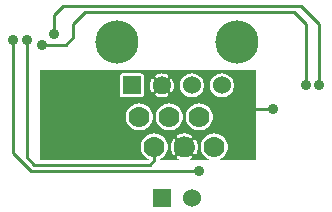
<source format=gbr>
G04 start of page 3 for group 1 idx 1 *
G04 Title: (unknown), solder *
G04 Creator: pcb 20110918 *
G04 CreationDate: Sun 03 Feb 2013 11:35:48 PM GMT UTC *
G04 For: petersen *
G04 Format: Gerber/RS-274X *
G04 PCB-Dimensions: 175000 175000 *
G04 PCB-Coordinate-Origin: lower left *
%MOIN*%
%FSLAX25Y25*%
%LNBOTTOM*%
%ADD33C,0.1280*%
%ADD32C,0.0350*%
%ADD31C,0.0380*%
%ADD30C,0.0200*%
%ADD29C,0.0360*%
%ADD28C,0.1440*%
%ADD27C,0.0700*%
%ADD26C,0.0600*%
%ADD25C,0.0100*%
%ADD24C,0.0001*%
G54D24*G36*
X114000Y92500D02*Y62500D01*
X102494D01*
Y63251D01*
X102653Y63348D01*
X103192Y63808D01*
X103652Y64347D01*
X104022Y64951D01*
X104293Y65605D01*
X104458Y66294D01*
X104500Y67000D01*
X104458Y67706D01*
X104293Y68395D01*
X104022Y69049D01*
X103652Y69653D01*
X103192Y70192D01*
X102653Y70652D01*
X102494Y70749D01*
Y83488D01*
X102500Y83488D01*
X103128Y83537D01*
X103740Y83684D01*
X104322Y83925D01*
X104858Y84254D01*
X105337Y84663D01*
X105746Y85142D01*
X106075Y85678D01*
X106316Y86260D01*
X106463Y86872D01*
X106500Y87500D01*
X106463Y88128D01*
X106316Y88740D01*
X106075Y89322D01*
X105746Y89858D01*
X105337Y90337D01*
X104858Y90746D01*
X104322Y91075D01*
X103740Y91316D01*
X103128Y91463D01*
X102500Y91512D01*
X102494Y91512D01*
Y92500D01*
X114000D01*
G37*
G36*
X102494Y70749D02*X102049Y71022D01*
X101395Y71293D01*
X100706Y71458D01*
X100000Y71514D01*
X99294Y71458D01*
X98605Y71293D01*
X97951Y71022D01*
X97347Y70652D01*
X96808Y70192D01*
X96348Y69653D01*
X95978Y69049D01*
X95707Y68395D01*
X95542Y67706D01*
X95486Y67000D01*
X95542Y66294D01*
X95707Y65605D01*
X95978Y64951D01*
X96348Y64347D01*
X96808Y63808D01*
X97347Y63348D01*
X97951Y62978D01*
X98605Y62707D01*
X99294Y62542D01*
X99824Y62500D01*
X93720D01*
Y64544D01*
X93771Y64583D01*
X93826Y64639D01*
X93870Y64704D01*
X94064Y65056D01*
X94221Y65426D01*
X94344Y65809D01*
X94433Y66200D01*
X94487Y66599D01*
X94504Y67000D01*
X94487Y67401D01*
X94433Y67800D01*
X94344Y68191D01*
X94221Y68574D01*
X94064Y68944D01*
X93874Y69298D01*
X93829Y69363D01*
X93774Y69420D01*
X93720Y69460D01*
Y72679D01*
X94294Y72542D01*
X95000Y72486D01*
X95706Y72542D01*
X96395Y72707D01*
X97049Y72978D01*
X97653Y73348D01*
X98192Y73808D01*
X98652Y74347D01*
X99022Y74951D01*
X99293Y75605D01*
X99458Y76294D01*
X99500Y77000D01*
X99458Y77706D01*
X99293Y78395D01*
X99022Y79049D01*
X98652Y79653D01*
X98192Y80192D01*
X97653Y80652D01*
X97049Y81022D01*
X96395Y81293D01*
X95706Y81458D01*
X95000Y81514D01*
X94294Y81458D01*
X93720Y81321D01*
Y83679D01*
X93740Y83684D01*
X94322Y83925D01*
X94858Y84254D01*
X95337Y84663D01*
X95746Y85142D01*
X96075Y85678D01*
X96316Y86260D01*
X96463Y86872D01*
X96500Y87500D01*
X96463Y88128D01*
X96316Y88740D01*
X96075Y89322D01*
X95746Y89858D01*
X95337Y90337D01*
X94858Y90746D01*
X94322Y91075D01*
X93740Y91316D01*
X93720Y91321D01*
Y92500D01*
X102494D01*
Y91512D01*
X101872Y91463D01*
X101260Y91316D01*
X100678Y91075D01*
X100142Y90746D01*
X99663Y90337D01*
X99254Y89858D01*
X98925Y89322D01*
X98684Y88740D01*
X98537Y88128D01*
X98488Y87500D01*
X98537Y86872D01*
X98684Y86260D01*
X98925Y85678D01*
X99254Y85142D01*
X99663Y84663D01*
X100142Y84254D01*
X100678Y83925D01*
X101260Y83684D01*
X101872Y83537D01*
X102494Y83488D01*
Y70749D01*
G37*
G36*
X93720Y91321D02*X93128Y91463D01*
X92500Y91512D01*
X92494Y91512D01*
Y92500D01*
X93720D01*
Y91321D01*
G37*
G36*
Y81321D02*X93605Y81293D01*
X92951Y81022D01*
X92494Y80742D01*
Y83488D01*
X92500Y83488D01*
X93128Y83537D01*
X93720Y83679D01*
Y81321D01*
G37*
G36*
Y62500D02*X92494D01*
Y63340D01*
X92504Y63360D01*
X92530Y63435D01*
X92544Y63513D01*
X92545Y63592D01*
X92533Y63671D01*
X92510Y63746D01*
X92494Y63779D01*
Y70229D01*
X92507Y70255D01*
X92530Y70330D01*
X92541Y70408D01*
X92540Y70487D01*
X92527Y70564D01*
X92501Y70639D01*
X92494Y70653D01*
Y73258D01*
X92951Y72978D01*
X93605Y72707D01*
X93720Y72679D01*
Y69460D01*
X93710Y69468D01*
X93640Y69504D01*
X93565Y69530D01*
X93487Y69544D01*
X93408Y69545D01*
X93329Y69533D01*
X93254Y69510D01*
X93183Y69475D01*
X93118Y69429D01*
X93061Y69374D01*
X93013Y69311D01*
X92976Y69241D01*
X92951Y69166D01*
X92937Y69088D01*
X92936Y69008D01*
X92948Y68930D01*
X92971Y68854D01*
X93007Y68784D01*
X93157Y68510D01*
X93279Y68223D01*
X93375Y67926D01*
X93444Y67621D01*
X93486Y67312D01*
X93500Y67000D01*
X93486Y66688D01*
X93444Y66379D01*
X93375Y66074D01*
X93279Y65777D01*
X93157Y65490D01*
X93010Y65214D01*
X92974Y65145D01*
X92951Y65069D01*
X92940Y64991D01*
X92941Y64913D01*
X92954Y64835D01*
X92980Y64761D01*
X93016Y64691D01*
X93064Y64628D01*
X93120Y64573D01*
X93184Y64528D01*
X93255Y64493D01*
X93330Y64470D01*
X93408Y64459D01*
X93487Y64460D01*
X93564Y64473D01*
X93639Y64499D01*
X93708Y64535D01*
X93720Y64544D01*
Y62500D01*
G37*
G36*
X102494D02*X100176D01*
X100706Y62542D01*
X101395Y62707D01*
X102049Y62978D01*
X102494Y63251D01*
Y62500D01*
G37*
G36*
X92494Y63779D02*X92475Y63817D01*
X92429Y63882D01*
X92374Y63939D01*
X92311Y63987D01*
X92241Y64024D01*
X92166Y64049D01*
X92088Y64063D01*
X92008Y64064D01*
X91930Y64052D01*
X91854Y64029D01*
X91784Y63993D01*
X91510Y63843D01*
X91223Y63721D01*
X90926Y63625D01*
X90621Y63556D01*
X90312Y63514D01*
X90000Y63500D01*
X89688Y63514D01*
X89379Y63556D01*
X89074Y63625D01*
X88777Y63721D01*
X88490Y63843D01*
X88214Y63990D01*
X88145Y64026D01*
X88069Y64049D01*
X87991Y64060D01*
X87913Y64059D01*
X87835Y64046D01*
X87761Y64020D01*
X87691Y63984D01*
X87628Y63936D01*
X87573Y63880D01*
X87528Y63816D01*
X87493Y63745D01*
X87470Y63670D01*
X87459Y63592D01*
X87460Y63513D01*
X87473Y63436D01*
X87499Y63361D01*
X87535Y63292D01*
X87583Y63229D01*
X87639Y63174D01*
X87704Y63130D01*
X88056Y62936D01*
X88426Y62779D01*
X88809Y62656D01*
X89200Y62567D01*
X89599Y62513D01*
X89900Y62500D01*
X85784D01*
Y65416D01*
X85936Y65056D01*
X86126Y64702D01*
X86171Y64637D01*
X86226Y64580D01*
X86290Y64532D01*
X86360Y64496D01*
X86435Y64470D01*
X86513Y64456D01*
X86592Y64455D01*
X86671Y64467D01*
X86746Y64490D01*
X86817Y64525D01*
X86882Y64571D01*
X86939Y64626D01*
X86987Y64689D01*
X87024Y64759D01*
X87049Y64834D01*
X87063Y64912D01*
X87064Y64992D01*
X87052Y65070D01*
X87029Y65146D01*
X86993Y65216D01*
X86843Y65490D01*
X86721Y65777D01*
X86625Y66074D01*
X86556Y66379D01*
X86514Y66688D01*
X86500Y67000D01*
X86514Y67312D01*
X86556Y67621D01*
X86625Y67926D01*
X86721Y68223D01*
X86843Y68510D01*
X86990Y68786D01*
X87026Y68855D01*
X87049Y68931D01*
X87060Y69009D01*
X87059Y69087D01*
X87046Y69165D01*
X87020Y69239D01*
X86984Y69309D01*
X86936Y69372D01*
X86880Y69427D01*
X86816Y69472D01*
X86745Y69507D01*
X86670Y69530D01*
X86592Y69541D01*
X86513Y69540D01*
X86436Y69527D01*
X86361Y69501D01*
X86292Y69465D01*
X86229Y69417D01*
X86174Y69361D01*
X86130Y69296D01*
X85936Y68944D01*
X85784Y68584D01*
Y72560D01*
X86395Y72707D01*
X87049Y72978D01*
X87653Y73348D01*
X88192Y73808D01*
X88652Y74347D01*
X89022Y74951D01*
X89293Y75605D01*
X89458Y76294D01*
X89500Y77000D01*
X89458Y77706D01*
X89293Y78395D01*
X89022Y79049D01*
X88652Y79653D01*
X88192Y80192D01*
X87653Y80652D01*
X87049Y81022D01*
X86395Y81293D01*
X85784Y81440D01*
Y85369D01*
X85787Y85370D01*
X85855Y85409D01*
X85916Y85458D01*
X85969Y85517D01*
X86011Y85583D01*
X86174Y85908D01*
X86303Y86248D01*
X86401Y86598D01*
X86467Y86956D01*
X86500Y87318D01*
Y87682D01*
X86467Y88044D01*
X86401Y88402D01*
X86303Y88752D01*
X86174Y89092D01*
X86015Y89419D01*
X85972Y89485D01*
X85919Y89544D01*
X85857Y89594D01*
X85788Y89633D01*
X85784Y89635D01*
Y92500D01*
X92494D01*
Y91512D01*
X91872Y91463D01*
X91260Y91316D01*
X90678Y91075D01*
X90142Y90746D01*
X89663Y90337D01*
X89254Y89858D01*
X88925Y89322D01*
X88684Y88740D01*
X88537Y88128D01*
X88488Y87500D01*
X88537Y86872D01*
X88684Y86260D01*
X88925Y85678D01*
X89254Y85142D01*
X89663Y84663D01*
X90142Y84254D01*
X90678Y83925D01*
X91260Y83684D01*
X91872Y83537D01*
X92494Y83488D01*
Y80742D01*
X92347Y80652D01*
X91808Y80192D01*
X91348Y79653D01*
X90978Y79049D01*
X90707Y78395D01*
X90542Y77706D01*
X90486Y77000D01*
X90542Y76294D01*
X90707Y75605D01*
X90978Y74951D01*
X91348Y74347D01*
X91808Y73808D01*
X92347Y73348D01*
X92494Y73258D01*
Y70653D01*
X92465Y70708D01*
X92417Y70771D01*
X92361Y70826D01*
X92296Y70870D01*
X91944Y71064D01*
X91574Y71221D01*
X91191Y71344D01*
X90800Y71433D01*
X90401Y71487D01*
X90000Y71504D01*
X89599Y71487D01*
X89200Y71433D01*
X88809Y71344D01*
X88426Y71221D01*
X88056Y71064D01*
X87702Y70874D01*
X87637Y70829D01*
X87580Y70774D01*
X87532Y70710D01*
X87496Y70640D01*
X87470Y70565D01*
X87456Y70487D01*
X87455Y70408D01*
X87467Y70329D01*
X87490Y70254D01*
X87525Y70183D01*
X87571Y70118D01*
X87626Y70061D01*
X87689Y70013D01*
X87759Y69976D01*
X87834Y69951D01*
X87912Y69937D01*
X87992Y69936D01*
X88070Y69948D01*
X88146Y69971D01*
X88216Y70007D01*
X88490Y70157D01*
X88777Y70279D01*
X89074Y70375D01*
X89379Y70444D01*
X89688Y70486D01*
X90000Y70500D01*
X90312Y70486D01*
X90621Y70444D01*
X90926Y70375D01*
X91223Y70279D01*
X91510Y70157D01*
X91786Y70010D01*
X91855Y69974D01*
X91931Y69951D01*
X92009Y69940D01*
X92087Y69941D01*
X92165Y69954D01*
X92239Y69980D01*
X92309Y70016D01*
X92372Y70064D01*
X92427Y70120D01*
X92472Y70184D01*
X92494Y70229D01*
Y63779D01*
G37*
G36*
Y62500D02*X90100D01*
X90401Y62513D01*
X90800Y62567D01*
X91191Y62656D01*
X91574Y62779D01*
X91944Y62936D01*
X92298Y63126D01*
X92363Y63171D01*
X92420Y63226D01*
X92468Y63290D01*
X92494Y63340D01*
Y62500D01*
G37*
G36*
X85784Y81440D02*X85706Y81458D01*
X85000Y81514D01*
X84294Y81458D01*
X83605Y81293D01*
X82951Y81022D01*
X82502Y80747D01*
Y83500D01*
X82682D01*
X83044Y83533D01*
X83402Y83599D01*
X83752Y83697D01*
X84092Y83826D01*
X84419Y83985D01*
X84485Y84028D01*
X84544Y84081D01*
X84594Y84143D01*
X84633Y84212D01*
X84661Y84286D01*
X84677Y84363D01*
X84681Y84442D01*
X84673Y84521D01*
X84652Y84597D01*
X84620Y84670D01*
X84577Y84736D01*
X84524Y84795D01*
X84462Y84844D01*
X84393Y84884D01*
X84319Y84912D01*
X84242Y84928D01*
X84163Y84932D01*
X84084Y84924D01*
X84007Y84903D01*
X83936Y84870D01*
X83693Y84747D01*
X83438Y84650D01*
X83176Y84577D01*
X82908Y84528D01*
X82636Y84503D01*
X82502D01*
Y90497D01*
X82636D01*
X82908Y90472D01*
X83176Y90423D01*
X83438Y90350D01*
X83693Y90253D01*
X83937Y90133D01*
X84009Y90100D01*
X84084Y90079D01*
X84163Y90071D01*
X84241Y90075D01*
X84318Y90091D01*
X84392Y90119D01*
X84460Y90158D01*
X84521Y90207D01*
X84574Y90266D01*
X84617Y90332D01*
X84649Y90404D01*
X84670Y90480D01*
X84678Y90558D01*
X84674Y90636D01*
X84658Y90713D01*
X84630Y90787D01*
X84591Y90855D01*
X84542Y90916D01*
X84483Y90969D01*
X84417Y91011D01*
X84092Y91174D01*
X83752Y91303D01*
X83402Y91401D01*
X83044Y91467D01*
X82682Y91500D01*
X82502D01*
Y92500D01*
X85784D01*
Y89635D01*
X85714Y89661D01*
X85637Y89677D01*
X85558Y89681D01*
X85479Y89673D01*
X85403Y89652D01*
X85330Y89620D01*
X85264Y89577D01*
X85205Y89524D01*
X85156Y89462D01*
X85116Y89393D01*
X85088Y89319D01*
X85072Y89242D01*
X85068Y89163D01*
X85076Y89084D01*
X85097Y89007D01*
X85130Y88936D01*
X85253Y88693D01*
X85350Y88438D01*
X85423Y88176D01*
X85472Y87908D01*
X85497Y87636D01*
Y87364D01*
X85472Y87092D01*
X85423Y86824D01*
X85350Y86562D01*
X85253Y86307D01*
X85133Y86063D01*
X85100Y85991D01*
X85079Y85916D01*
X85071Y85837D01*
X85075Y85759D01*
X85091Y85682D01*
X85119Y85608D01*
X85158Y85540D01*
X85207Y85479D01*
X85266Y85426D01*
X85332Y85383D01*
X85404Y85351D01*
X85480Y85330D01*
X85558Y85322D01*
X85636Y85326D01*
X85713Y85342D01*
X85784Y85369D01*
Y81440D01*
G37*
G36*
Y62500D02*X82502D01*
Y63255D01*
X82653Y63348D01*
X83192Y63808D01*
X83652Y64347D01*
X84022Y64951D01*
X84293Y65605D01*
X84458Y66294D01*
X84500Y67000D01*
X84458Y67706D01*
X84293Y68395D01*
X84022Y69049D01*
X83652Y69653D01*
X83192Y70192D01*
X82653Y70652D01*
X82502Y70745D01*
Y73253D01*
X82951Y72978D01*
X83605Y72707D01*
X84294Y72542D01*
X85000Y72486D01*
X85706Y72542D01*
X85784Y72560D01*
Y68584D01*
X85779Y68574D01*
X85656Y68191D01*
X85567Y67800D01*
X85513Y67401D01*
X85496Y67000D01*
X85513Y66599D01*
X85567Y66200D01*
X85656Y65809D01*
X85779Y65426D01*
X85784Y65416D01*
Y62500D01*
G37*
G36*
X82502Y70745D02*X82049Y71022D01*
X81395Y71293D01*
X80706Y71458D01*
X80000Y71514D01*
X79294Y71458D01*
X79216Y71440D01*
Y75420D01*
X79293Y75605D01*
X79458Y76294D01*
X79500Y77000D01*
X79458Y77706D01*
X79293Y78395D01*
X79216Y78580D01*
Y85365D01*
X79286Y85339D01*
X79363Y85323D01*
X79442Y85319D01*
X79521Y85327D01*
X79597Y85348D01*
X79670Y85380D01*
X79736Y85423D01*
X79795Y85476D01*
X79844Y85538D01*
X79884Y85607D01*
X79912Y85681D01*
X79928Y85758D01*
X79932Y85837D01*
X79924Y85916D01*
X79903Y85993D01*
X79870Y86064D01*
X79747Y86307D01*
X79650Y86562D01*
X79577Y86824D01*
X79528Y87092D01*
X79503Y87364D01*
Y87636D01*
X79528Y87908D01*
X79577Y88176D01*
X79650Y88438D01*
X79747Y88693D01*
X79867Y88937D01*
X79900Y89009D01*
X79921Y89085D01*
X79929Y89163D01*
X79925Y89241D01*
X79909Y89318D01*
X79881Y89392D01*
X79842Y89460D01*
X79793Y89521D01*
X79734Y89574D01*
X79668Y89617D01*
X79596Y89649D01*
X79520Y89670D01*
X79442Y89678D01*
X79364Y89674D01*
X79287Y89658D01*
X79216Y89631D01*
Y92500D01*
X82502D01*
Y91500D01*
X82318D01*
X81956Y91467D01*
X81598Y91401D01*
X81248Y91303D01*
X80908Y91174D01*
X80581Y91015D01*
X80515Y90972D01*
X80456Y90919D01*
X80406Y90857D01*
X80367Y90788D01*
X80339Y90714D01*
X80323Y90637D01*
X80319Y90558D01*
X80327Y90479D01*
X80348Y90403D01*
X80380Y90330D01*
X80423Y90264D01*
X80476Y90205D01*
X80538Y90156D01*
X80607Y90116D01*
X80681Y90088D01*
X80758Y90072D01*
X80837Y90068D01*
X80916Y90076D01*
X80993Y90097D01*
X81064Y90130D01*
X81307Y90253D01*
X81562Y90350D01*
X81824Y90423D01*
X82092Y90472D01*
X82364Y90497D01*
X82502D01*
Y84503D01*
X82364D01*
X82092Y84528D01*
X81824Y84577D01*
X81562Y84650D01*
X81307Y84747D01*
X81063Y84867D01*
X80991Y84900D01*
X80915Y84921D01*
X80837Y84929D01*
X80759Y84925D01*
X80682Y84909D01*
X80608Y84881D01*
X80540Y84842D01*
X80479Y84793D01*
X80426Y84734D01*
X80383Y84668D01*
X80351Y84596D01*
X80330Y84520D01*
X80322Y84442D01*
X80326Y84364D01*
X80342Y84287D01*
X80370Y84213D01*
X80409Y84145D01*
X80458Y84084D01*
X80517Y84031D01*
X80583Y83989D01*
X80908Y83826D01*
X81248Y83697D01*
X81598Y83599D01*
X81956Y83533D01*
X82318Y83500D01*
X82502D01*
Y80747D01*
X82347Y80652D01*
X81808Y80192D01*
X81348Y79653D01*
X80978Y79049D01*
X80707Y78395D01*
X80542Y77706D01*
X80486Y77000D01*
X80542Y76294D01*
X80707Y75605D01*
X80978Y74951D01*
X81348Y74347D01*
X81808Y73808D01*
X82347Y73348D01*
X82502Y73253D01*
Y70745D01*
G37*
G36*
X79216Y78580D02*X79022Y79049D01*
X78652Y79653D01*
X78192Y80192D01*
X77653Y80652D01*
X77049Y81022D01*
X76395Y81293D01*
X75706Y81458D01*
X75000Y81514D01*
X74294Y81458D01*
X73605Y81293D01*
X72951Y81022D01*
X72500Y80746D01*
Y83505D01*
X75657Y83509D01*
X75810Y83546D01*
X75955Y83606D01*
X76090Y83688D01*
X76209Y83791D01*
X76312Y83910D01*
X76394Y84045D01*
X76454Y84190D01*
X76491Y84343D01*
X76500Y84500D01*
X76491Y90657D01*
X76454Y90810D01*
X76394Y90955D01*
X76312Y91090D01*
X76209Y91209D01*
X76090Y91312D01*
X75955Y91394D01*
X75810Y91454D01*
X75657Y91491D01*
X75500Y91500D01*
X72500Y91495D01*
Y92500D01*
X79216D01*
Y89631D01*
X79213Y89630D01*
X79145Y89591D01*
X79084Y89542D01*
X79031Y89483D01*
X78989Y89417D01*
X78826Y89092D01*
X78697Y88752D01*
X78599Y88402D01*
X78533Y88044D01*
X78500Y87682D01*
Y87318D01*
X78533Y86956D01*
X78599Y86598D01*
X78697Y86248D01*
X78826Y85908D01*
X78985Y85581D01*
X79028Y85515D01*
X79081Y85456D01*
X79143Y85406D01*
X79212Y85367D01*
X79216Y85365D01*
Y78580D01*
G37*
G36*
Y71440D02*X78605Y71293D01*
X77951Y71022D01*
X77347Y70652D01*
X76808Y70192D01*
X76348Y69653D01*
X75978Y69049D01*
X75707Y68395D01*
X75542Y67706D01*
X75486Y67000D01*
X75542Y66294D01*
X75707Y65605D01*
X75978Y64951D01*
X76348Y64347D01*
X76808Y63808D01*
X77347Y63348D01*
X77951Y62978D01*
X78238Y62859D01*
X77879Y62500D01*
X72500D01*
Y73254D01*
X72951Y72978D01*
X73605Y72707D01*
X74294Y72542D01*
X75000Y72486D01*
X75706Y72542D01*
X76395Y72707D01*
X77049Y72978D01*
X77653Y73348D01*
X78192Y73808D01*
X78652Y74347D01*
X79022Y74951D01*
X79216Y75420D01*
Y71440D01*
G37*
G36*
X82502Y62500D02*X81505D01*
X81500Y62559D01*
Y62751D01*
X82049Y62978D01*
X82502Y63255D01*
Y62500D01*
G37*
G36*
X72500Y62500D02*X42000D01*
Y92500D01*
X72500D01*
Y91495D01*
X69343Y91491D01*
X69190Y91454D01*
X69045Y91394D01*
X68910Y91312D01*
X68791Y91209D01*
X68688Y91090D01*
X68606Y90955D01*
X68546Y90810D01*
X68509Y90657D01*
X68500Y90500D01*
X68509Y84343D01*
X68546Y84190D01*
X68606Y84045D01*
X68688Y83910D01*
X68791Y83791D01*
X68910Y83688D01*
X69045Y83606D01*
X69190Y83546D01*
X69343Y83509D01*
X69500Y83500D01*
X72500Y83505D01*
Y80746D01*
X72347Y80652D01*
X71808Y80192D01*
X71348Y79653D01*
X70978Y79049D01*
X70707Y78395D01*
X70542Y77706D01*
X70486Y77000D01*
X70542Y76294D01*
X70707Y75605D01*
X70978Y74951D01*
X71348Y74347D01*
X71808Y73808D01*
X72347Y73348D01*
X72500Y73254D01*
Y62500D01*
G37*
G54D25*X111000Y79500D02*X119500D01*
X130500Y108000D02*Y87500D01*
X135000Y108000D02*Y87500D01*
Y108000D02*X129000Y114000D01*
X130500Y108000D02*X126500Y112000D01*
X57000D02*X126500D01*
X49500Y114000D02*X129000D01*
X57000Y112000D02*X53000Y108000D01*
Y103500D01*
X50500Y101000D01*
X42500D02*X50500D01*
X49500Y114000D02*X46500Y111000D01*
Y104500D01*
X37500Y63500D02*X40000Y61000D01*
X78500D01*
X80000Y62500D01*
Y67500D02*Y62500D01*
X39000Y59000D02*X95000D01*
X33000Y102500D02*Y65000D01*
X37500Y102500D02*Y63500D01*
X39000Y59000D02*X33000Y65000D01*
G54D24*G36*
X69500Y90500D02*Y84500D01*
X75500D01*
Y90500D01*
X69500D01*
G37*
G54D26*X82500Y87500D03*
X92500D03*
X102500D03*
G54D24*G36*
X79500Y53000D02*Y47000D01*
X85500D01*
Y53000D01*
X79500D01*
G37*
G54D26*X92500Y50000D03*
G54D27*X100000Y67000D03*
X90000D03*
X95000Y77000D03*
G54D28*X107500Y102000D03*
G54D27*X85000Y77000D03*
X80000Y67000D03*
X75000Y77000D03*
G54D28*X67500Y102000D03*
G54D29*X53000Y84500D03*
X47500D03*
X46500Y104500D03*
X42500Y101000D03*
X37500Y102500D03*
X33000D03*
X95000Y59000D03*
X119500Y79500D03*
X130500Y87500D03*
X135000D03*
G54D30*G54D31*G54D32*G54D33*G54D32*G54D33*M02*

</source>
